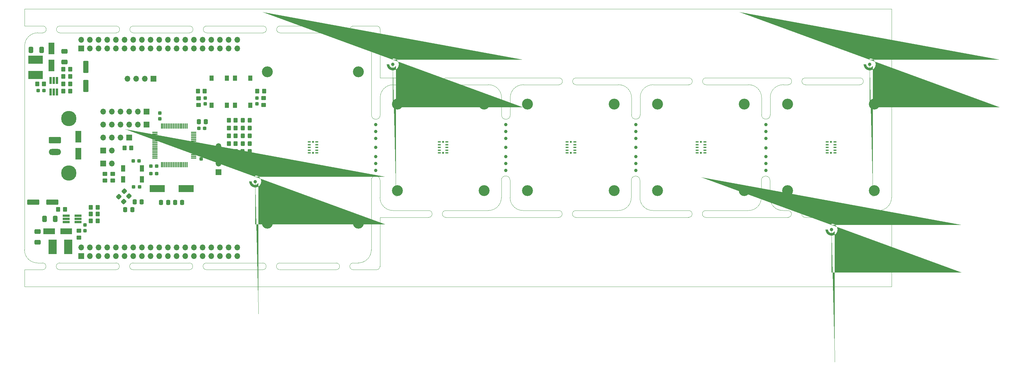
<source format=gbr>
%TF.GenerationSoftware,KiCad,Pcbnew,(6.0.2)*%
%TF.CreationDate,2022-03-24T13:25:50+01:00*%
%TF.ProjectId,GestureControl,47657374-7572-4654-936f-6e74726f6c2e,V0.3*%
%TF.SameCoordinates,PX1268e40PY7fa82d0*%
%TF.FileFunction,Soldermask,Top*%
%TF.FilePolarity,Negative*%
%FSLAX46Y46*%
G04 Gerber Fmt 4.6, Leading zero omitted, Abs format (unit mm)*
G04 Created by KiCad (PCBNEW (6.0.2)) date 2022-03-24 13:25:50*
%MOMM*%
%LPD*%
G01*
G04 APERTURE LIST*
G04 Aperture macros list*
%AMRoundRect*
0 Rectangle with rounded corners*
0 $1 Rounding radius*
0 $2 $3 $4 $5 $6 $7 $8 $9 X,Y pos of 4 corners*
0 Add a 4 corners polygon primitive as box body*
4,1,4,$2,$3,$4,$5,$6,$7,$8,$9,$2,$3,0*
0 Add four circle primitives for the rounded corners*
1,1,$1+$1,$2,$3*
1,1,$1+$1,$4,$5*
1,1,$1+$1,$6,$7*
1,1,$1+$1,$8,$9*
0 Add four rect primitives between the rounded corners*
20,1,$1+$1,$2,$3,$4,$5,0*
20,1,$1+$1,$4,$5,$6,$7,0*
20,1,$1+$1,$6,$7,$8,$9,0*
20,1,$1+$1,$8,$9,$2,$3,0*%
%AMFreePoly0*
4,1,85,0.032093,0.369917,0.152523,0.368341,0.408529,0.326647,0.655562,0.247572,0.888192,0.132851,1.101311,-0.014995,1.290235,-0.192717,1.450816,-0.396412,1.579524,-0.621606,1.673533,-0.863350,1.730778,-1.116334,1.750000,-1.375000,1.747602,-1.466588,1.714868,-1.723894,1.644462,-1.973535,1.537930,-2.210028,1.397612,-2.428176,1.226591,-2.623188,1.028624,-2.790780,0.808060,-2.927269,
0.569744,-3.029658,0.318912,-3.095696,0.061074,-3.123934,-0.198106,-3.113751,-0.452933,-3.065370,-0.697811,-2.979855,-0.927359,-2.859084,-1.136534,-2.705710,-1.320742,-2.523103,-1.475935,-2.315274,-1.598705,-2.086789,-1.686353,-1.842667,-1.736956,-1.588271,-1.747874,-1.360970,-1.004741,-1.360970,-0.988331,-1.556393,-0.934276,-1.744906,-0.844634,-1.919330,-0.722821,-2.073020,-0.573475,-2.200123,
-0.402286,-2.295797,-0.215774,-2.356398,-0.021044,-2.379619,0.174488,-2.364573,0.363374,-2.311835,0.538420,-2.223414,0.692957,-2.102676,0.821099,-1.954222,0.917966,-1.783705,0.979868,-1.597621,1.004447,-1.403057,1.004839,-1.375000,0.985702,-1.179826,0.929020,-0.992086,0.836952,-0.818931,0.713004,-0.666956,0.561899,-0.541951,0.389391,-0.448676,0.202051,-0.390685,0.021074,-0.371662,
0.000000,-0.375000,-0.016747,-0.372348,-0.188288,-0.387959,-0.376419,-0.443330,-0.550213,-0.534187,-0.703049,-0.657070,-0.829106,-0.807299,-0.923583,-0.979152,-0.982881,-1.166082,-1.004741,-1.360970,-1.747874,-1.360970,-1.749400,-1.329190,-1.723414,-1.071116,-1.659566,-0.819717,-1.559261,-0.580517,-1.424702,-0.358770,-1.258845,-0.159348,-1.065333,0.013368,-0.848417,0.155584,-0.612863,0.264176,
-0.363845,0.336758,-0.106835,0.371736,-0.027193,0.370693,0.000000,0.375000,0.032093,0.369917,0.032093,0.369917,$1*%
G04 Aperture macros list end*
%TA.AperFunction,Profile*%
%ADD10C,0.050000*%
%TD*%
%ADD11R,1.700000X1.700000*%
%ADD12O,1.700000X1.700000*%
%ADD13RoundRect,0.237500X-0.237500X0.300000X-0.237500X-0.300000X0.237500X-0.300000X0.237500X0.300000X0*%
%ADD14RoundRect,0.250000X1.500000X0.550000X-1.500000X0.550000X-1.500000X-0.550000X1.500000X-0.550000X0*%
%ADD15RoundRect,0.250000X-0.337500X-0.475000X0.337500X-0.475000X0.337500X0.475000X-0.337500X0.475000X0*%
%ADD16RoundRect,0.250000X0.337500X0.475000X-0.337500X0.475000X-0.337500X-0.475000X0.337500X-0.475000X0*%
%ADD17RoundRect,0.237500X-0.300000X-0.237500X0.300000X-0.237500X0.300000X0.237500X-0.300000X0.237500X0*%
%ADD18RoundRect,0.237500X0.300000X0.237500X-0.300000X0.237500X-0.300000X-0.237500X0.300000X-0.237500X0*%
%ADD19RoundRect,0.237500X0.237500X-0.300000X0.237500X0.300000X-0.237500X0.300000X-0.237500X-0.300000X0*%
%ADD20RoundRect,0.249999X0.325001X0.450001X-0.325001X0.450001X-0.325001X-0.450001X0.325001X-0.450001X0*%
%ADD21R,1.800000X3.500000*%
%ADD22RoundRect,0.250000X-1.550000X0.650000X-1.550000X-0.650000X1.550000X-0.650000X1.550000X0.650000X0*%
%ADD23O,3.600000X1.800000*%
%ADD24RoundRect,0.249999X0.350001X0.450001X-0.350001X0.450001X-0.350001X-0.450001X0.350001X-0.450001X0*%
%ADD25RoundRect,0.249999X0.450001X-0.350001X0.450001X0.350001X-0.450001X0.350001X-0.450001X-0.350001X0*%
%ADD26RoundRect,0.249999X-0.350001X-0.450001X0.350001X-0.450001X0.350001X0.450001X-0.350001X0.450001X0*%
%ADD27R,1.300000X1.550000*%
%ADD28RoundRect,0.075000X0.075000X-0.700000X0.075000X0.700000X-0.075000X0.700000X-0.075000X-0.700000X0*%
%ADD29RoundRect,0.075000X0.700000X-0.075000X0.700000X0.075000X-0.700000X0.075000X-0.700000X-0.075000X0*%
%ADD30R,1.300000X1.900000*%
%ADD31R,4.500000X2.000000*%
%ADD32RoundRect,0.249999X0.412501X0.650001X-0.412501X0.650001X-0.412501X-0.650001X0.412501X-0.650001X0*%
%ADD33RoundRect,0.249999X0.650001X-0.412501X0.650001X0.412501X-0.650001X0.412501X-0.650001X-0.412501X0*%
%ADD34RoundRect,0.249999X-0.412501X-0.650001X0.412501X-0.650001X0.412501X0.650001X-0.412501X0.650001X0*%
%ADD35R,3.500000X1.800000*%
%ADD36R,2.400000X4.200000*%
%ADD37R,4.200000X2.400000*%
%ADD38R,2.000000X0.650000*%
%ADD39R,0.650000X2.000000*%
%ADD40R,0.807999X0.458000*%
%ADD41R,0.508000X0.508000*%
%ADD42C,3.200000*%
%ADD43C,1.000000*%
%ADD44RoundRect,0.250000X0.565685X0.070711X0.070711X0.565685X-0.565685X-0.070711X-0.070711X-0.565685X0*%
%ADD45FreePoly0,0.000000*%
%ADD46C,4.500000*%
%ADD47RoundRect,0.250000X-0.550000X1.500000X-0.550000X-1.500000X0.550000X-1.500000X0.550000X1.500000X0*%
G04 APERTURE END LIST*
D10*
X75110973Y70070376D02*
G75*
G03*
X75054000Y68072000I-56973J-998376D01*
G01*
X118674000Y52832000D02*
X108204000Y52832000D01*
X249930000Y54832000D02*
X254254000Y54832000D01*
X250380500Y15890000D02*
X249866500Y15890000D01*
X118610500Y13890000D02*
G75*
G03*
X118610500Y15890000I0J1000000D01*
G01*
X97980500Y508000D02*
G75*
G03*
X101790500Y4318000I1J3809999D01*
G01*
X104330500Y13890000D02*
X104330500Y-492000D01*
X32110973Y70070376D02*
X48554000Y70072000D01*
X222632500Y15890000D02*
X223866500Y15890000D01*
X123674000Y54832000D02*
X156774000Y54832000D01*
X194830000Y52832000D02*
G75*
G03*
X194830000Y54832000I0J1000000D01*
G01*
X139890500Y19700000D02*
X139890500Y24780000D01*
X139954000Y43942000D02*
G75*
G03*
X142494000Y43942000I1270000J19D01*
G01*
X244866500Y13890000D02*
X228866500Y13890000D01*
X180486915Y19656414D02*
G75*
G03*
X184296914Y15890000I3766659J-4D01*
G01*
X142494000Y49022000D02*
X142494000Y43942000D01*
X91554000Y68072000D02*
G75*
G03*
X91554000Y70072000I0J1000000D01*
G01*
X218650414Y49065586D02*
X218650414Y43985586D01*
X250380500Y15890000D02*
G75*
G03*
X254190500Y19700000I1J3809999D01*
G01*
X254000Y70072000D02*
X254000Y75072000D01*
X174136914Y15890000D02*
X161710500Y15890000D01*
X142430500Y24780000D02*
X142430500Y19700000D01*
X136144000Y52832000D02*
X123674000Y52832000D01*
X139954000Y49022000D02*
G75*
G03*
X136144000Y52832000I-3809999J1D01*
G01*
X103330500Y-1492000D02*
X96547473Y-1490376D01*
X4064000Y68072000D02*
G75*
G03*
X254000Y64262000I-1J-3809999D01*
G01*
X142430500Y24780000D02*
G75*
G03*
X139890500Y24780000I-1270000J-19D01*
G01*
X104330500Y24780019D02*
G75*
G03*
X101790500Y24780019I-1270000J-19D01*
G01*
X244866500Y13890000D02*
G75*
G03*
X244866500Y15890000I0J1000000D01*
G01*
X26990500Y508000D02*
X10490500Y508000D01*
X244930000Y52832000D02*
G75*
G03*
X244930000Y54832000I0J1000000D01*
G01*
X53490500Y508000D02*
G75*
G03*
X53547473Y-1490376I0J-1000000D01*
G01*
X142430500Y19700000D02*
G75*
G03*
X146240500Y15890000I3809999J-1D01*
G01*
X249930000Y54832000D02*
G75*
G03*
X249930000Y52832000I0J-1000000D01*
G01*
X216110414Y49065586D02*
G75*
G03*
X212300414Y52832000I-3766663J0D01*
G01*
X228930000Y54832000D02*
X244930000Y54832000D01*
X118610500Y13890000D02*
X104330500Y13890000D01*
X180486914Y24736414D02*
X180486914Y19656414D01*
X156774000Y52832000D02*
G75*
G03*
X156774000Y54832000I0J1000000D01*
G01*
X161774000Y54832000D02*
G75*
G03*
X161774000Y52832000I0J-1000000D01*
G01*
X101854000Y64262000D02*
G75*
G03*
X98044000Y68072000I-3809999J1D01*
G01*
X223930000Y54832000D02*
X199830000Y54832000D01*
X194766500Y13890000D02*
G75*
G03*
X194766500Y15890000I0J1000000D01*
G01*
X104330500Y24780019D02*
X104330500Y19700000D01*
X216110414Y43985586D02*
G75*
G03*
X218650414Y43985586I1270000J19D01*
G01*
X48490500Y-1492000D02*
X32047473Y-1490376D01*
X228930000Y54832000D02*
G75*
G03*
X228930000Y52832000I0J-1000000D01*
G01*
X177946914Y19656414D02*
X177946914Y24736414D01*
X69990500Y-1492000D02*
G75*
G03*
X69990500Y508000I0J1000000D01*
G01*
X254190500Y13890000D02*
X254190500Y-6492000D01*
X91490500Y-1492000D02*
X75047473Y-1490376D01*
X75110973Y70070376D02*
X91554000Y70072000D01*
X212236914Y15890000D02*
G75*
G03*
X216046914Y19656414I43337J3766414D01*
G01*
X223930000Y52832000D02*
G75*
G03*
X223930000Y54832000I0J1000000D01*
G01*
X104394000Y54832000D02*
X118674000Y54832000D01*
X254254000Y75072000D02*
X254254000Y54832000D01*
X91490500Y-1492000D02*
G75*
G03*
X91490500Y508000I0J1000000D01*
G01*
X146240500Y15890000D02*
X156710500Y15890000D01*
X194830000Y52832000D02*
X184360414Y52832000D01*
X218586914Y24736414D02*
X218586914Y19656414D01*
X178010414Y43985586D02*
G75*
G03*
X180550414Y43985586I1270000J19D01*
G01*
X48554000Y68072000D02*
G75*
G03*
X48554000Y70072000I0J1000000D01*
G01*
X146304000Y52832000D02*
G75*
G03*
X142494000Y49022000I-1J-3809999D01*
G01*
X4064000Y68072000D02*
X5554000Y68072000D01*
X96490500Y508000D02*
G75*
G03*
X96547473Y-1490376I0J-1000000D01*
G01*
X108204000Y52832000D02*
G75*
G03*
X104394000Y49022000I-1J-3809999D01*
G01*
X123674000Y54832000D02*
G75*
G03*
X123674000Y52832000I0J-1000000D01*
G01*
X32110973Y70070376D02*
G75*
G03*
X32054000Y68072000I-56973J-998376D01*
G01*
X5490500Y508000D02*
X4000500Y508000D01*
X161774000Y54832000D02*
X194830000Y54832000D01*
X244930000Y52832000D02*
X228930000Y52832000D01*
X178010414Y49065586D02*
G75*
G03*
X174200414Y52832000I-3766663J0D01*
G01*
X10554000Y68072000D02*
X27054000Y68072000D01*
X254000Y70072000D02*
X5554000Y70072000D01*
X69990500Y508000D02*
X53490500Y508000D01*
X161774000Y52832000D02*
X174200414Y52832000D01*
X180486914Y24736414D02*
G75*
G03*
X177946914Y24736414I-1270000J-19D01*
G01*
X254190500Y19700000D02*
X254254000Y49022000D01*
X199830000Y52832000D02*
X212300414Y52832000D01*
X97980500Y508000D02*
X96490500Y508000D01*
X218586913Y19656414D02*
G75*
G03*
X222632500Y15890000I3776044J-3D01*
G01*
X75054000Y68072000D02*
X91554000Y68072000D01*
X53610973Y70070376D02*
X70054000Y70072000D01*
X5490500Y-1492000D02*
G75*
G03*
X5490500Y508000I0J1000000D01*
G01*
X254000Y75072000D02*
X254254000Y75072000D01*
X254190500Y13890000D02*
X249866500Y13890000D01*
X228866500Y15890000D02*
G75*
G03*
X228866500Y13890000I0J-1000000D01*
G01*
X91490500Y508000D02*
X74990500Y508000D01*
X161710500Y15890000D02*
G75*
G03*
X161710500Y13890000I0J-1000000D01*
G01*
X156710500Y13890000D02*
G75*
G03*
X156710500Y15890000I0J1000000D01*
G01*
X123610500Y15890000D02*
G75*
G03*
X123610500Y13890000I0J-1000000D01*
G01*
X27054000Y68072000D02*
G75*
G03*
X27054000Y70072000I0J1000000D01*
G01*
X254254000Y49022000D02*
G75*
G03*
X250444000Y52832000I-3809999J1D01*
G01*
X96610973Y70070376D02*
G75*
G03*
X96554000Y68072000I-56973J-998376D01*
G01*
X199766500Y15890000D02*
G75*
G03*
X199766500Y13890000I0J-1000000D01*
G01*
X5554000Y68072000D02*
G75*
G03*
X5554000Y70072000I0J1000000D01*
G01*
X48490500Y508000D02*
X31990500Y508000D01*
X118674000Y52832000D02*
G75*
G03*
X118674000Y54832000I0J1000000D01*
G01*
X184296914Y15890000D02*
X194766500Y15890000D01*
X184360414Y52832000D02*
G75*
G03*
X180550414Y49065586I-43339J-3766412D01*
G01*
X53554000Y68072000D02*
X70054000Y68072000D01*
X103330500Y-1492000D02*
G75*
G03*
X104330500Y-492000I1J999999D01*
G01*
X222504000Y52832000D02*
G75*
G03*
X218650414Y49065586I-86192J-3766408D01*
G01*
X223866500Y13890000D02*
G75*
G03*
X223866500Y15890000I0J1000000D01*
G01*
X104330500Y19700000D02*
G75*
G03*
X108140500Y15890000I3809999J-1D01*
G01*
X199766500Y13890000D02*
X223866500Y13890000D01*
X190500Y4318000D02*
G75*
G03*
X4000500Y508000I3809999J-1D01*
G01*
X101790500Y4318000D02*
X101790500Y24780019D01*
X199830000Y54832000D02*
G75*
G03*
X199830000Y52832000I0J-1000000D01*
G01*
X10610973Y70070376D02*
X27054000Y70072000D01*
X69990500Y-1492000D02*
X53547473Y-1490376D01*
X249866500Y15890000D02*
G75*
G03*
X249866500Y13890000I0J-1000000D01*
G01*
X178010414Y43985586D02*
X178010414Y49065586D01*
X32054000Y68072000D02*
X48554000Y68072000D01*
X104394000Y69072000D02*
X104394000Y54832000D01*
X180550414Y49065586D02*
X180550414Y43985586D01*
X53610973Y70070376D02*
G75*
G03*
X53554000Y68072000I-56973J-998376D01*
G01*
X156774000Y52832000D02*
X146304000Y52832000D01*
X74990500Y508000D02*
G75*
G03*
X75047473Y-1490376I0J-1000000D01*
G01*
X174136914Y15890000D02*
G75*
G03*
X177946914Y19656414I43337J3766414D01*
G01*
X249930000Y52832000D02*
X250444000Y52832000D01*
X228866500Y15890000D02*
X244866500Y15890000D01*
X136080500Y15890000D02*
G75*
G03*
X139890500Y19700000I1J3809999D01*
G01*
X190500Y-6492000D02*
X190500Y-1492000D01*
X108140500Y15890000D02*
X118610500Y15890000D01*
X139954000Y43942000D02*
X139954000Y49022000D01*
X5490500Y-1492000D02*
X190500Y-1492000D01*
X216046914Y19656414D02*
X216046914Y24736414D01*
X194766500Y13890000D02*
X161710500Y13890000D01*
X26990500Y-1492000D02*
X10547473Y-1490376D01*
X10610973Y70070376D02*
G75*
G03*
X10554000Y68072000I-56973J-998376D01*
G01*
X254190500Y-6492000D02*
X190500Y-6492000D01*
X218586914Y24736414D02*
G75*
G03*
X216046914Y24736414I-1270000J-19D01*
G01*
X101854000Y43941981D02*
X101854000Y64262000D01*
X48490500Y-1492000D02*
G75*
G03*
X48490500Y508000I0J1000000D01*
G01*
X96554000Y68072000D02*
X98044000Y68072000D01*
X26990500Y-1492000D02*
G75*
G03*
X26990500Y508000I0J1000000D01*
G01*
X70054000Y68072000D02*
G75*
G03*
X70054000Y70072000I0J1000000D01*
G01*
X104394000Y69072000D02*
G75*
G03*
X103394000Y70072000I-999999J1D01*
G01*
X156710500Y13890000D02*
X123610500Y13890000D01*
X104394000Y49022000D02*
X104394000Y43941981D01*
X10490500Y508000D02*
G75*
G03*
X10547473Y-1490376I0J-1000000D01*
G01*
X190500Y4318000D02*
X254000Y64262000D01*
X96610973Y70070376D02*
X103394000Y70072000D01*
X31990500Y508000D02*
G75*
G03*
X32047473Y-1490376I0J-1000000D01*
G01*
X212236914Y15890000D02*
X199766500Y15890000D01*
X223930000Y52832000D02*
X222504000Y52832000D01*
X123610500Y15890000D02*
X136080500Y15890000D01*
X216110414Y43985586D02*
X216110414Y49065586D01*
X101854000Y43941981D02*
G75*
G03*
X104394000Y43941981I1270000J19D01*
G01*
D11*
%TO.C,J25*%
X16786000Y63495000D03*
D12*
X16786000Y66035000D03*
X19326000Y63495000D03*
X19326000Y66035000D03*
X21866000Y63495000D03*
X21866000Y66035000D03*
X24406000Y63495000D03*
X24406000Y66035000D03*
X26946000Y63495000D03*
X26946000Y66035000D03*
X29486000Y63495000D03*
X29486000Y66035000D03*
X32026000Y63495000D03*
X32026000Y66035000D03*
X34566000Y63495000D03*
X34566000Y66035000D03*
X37106000Y63495000D03*
X37106000Y66035000D03*
X39646000Y63495000D03*
X39646000Y66035000D03*
X42186000Y63495000D03*
X42186000Y66035000D03*
X44726000Y63495000D03*
X44726000Y66035000D03*
X47266000Y63495000D03*
X47266000Y66035000D03*
X49806000Y63495000D03*
X49806000Y66035000D03*
X52346000Y63495000D03*
X52346000Y66035000D03*
X54886000Y63495000D03*
X54886000Y66035000D03*
X57426000Y63495000D03*
X57426000Y66035000D03*
X59966000Y63495000D03*
X59966000Y66035000D03*
X62506000Y63495000D03*
X62506000Y66035000D03*
%TD*%
D11*
%TO.C,J24*%
X16774000Y2535000D03*
D12*
X16774000Y5075000D03*
X19314000Y2535000D03*
X19314000Y5075000D03*
X21854000Y2535000D03*
X21854000Y5075000D03*
X24394000Y2535000D03*
X24394000Y5075000D03*
X26934000Y2535000D03*
X26934000Y5075000D03*
X29474000Y2535000D03*
X29474000Y5075000D03*
X32014000Y2535000D03*
X32014000Y5075000D03*
X34554000Y2535000D03*
X34554000Y5075000D03*
X37094000Y2535000D03*
X37094000Y5075000D03*
X39634000Y2535000D03*
X39634000Y5075000D03*
X42174000Y2535000D03*
X42174000Y5075000D03*
X44714000Y2535000D03*
X44714000Y5075000D03*
X47254000Y2535000D03*
X47254000Y5075000D03*
X49794000Y2535000D03*
X49794000Y5075000D03*
X52334000Y2535000D03*
X52334000Y5075000D03*
X54874000Y2535000D03*
X54874000Y5075000D03*
X57414000Y2535000D03*
X57414000Y5075000D03*
X59954000Y2535000D03*
X59954000Y5075000D03*
X62494000Y2535000D03*
X62494000Y5075000D03*
%TD*%
D13*
%TO.C,C2*%
X53096000Y48920500D03*
X53096000Y47195500D03*
%TD*%
D14*
%TO.C,C7*%
X8332000Y18339000D03*
X2732000Y18339000D03*
%TD*%
D15*
%TO.C,C17*%
X40210490Y18293510D03*
X42285490Y18293510D03*
%TD*%
D16*
%TO.C,C18*%
X46392490Y18293510D03*
X44317490Y18293510D03*
%TD*%
D17*
%TO.C,C19*%
X32178490Y22865510D03*
X33903490Y22865510D03*
%TD*%
%TO.C,C22*%
X32024990Y30485510D03*
X33749990Y30485510D03*
%TD*%
D18*
%TO.C,C24*%
X38930490Y28958000D03*
X37205490Y28958000D03*
%TD*%
%TO.C,C25*%
X38930490Y26758000D03*
X37205490Y26758000D03*
%TD*%
D13*
%TO.C,C26*%
X51937490Y32771510D03*
X51937490Y31046510D03*
%TD*%
D17*
%TO.C,C27*%
X51233500Y40058000D03*
X52958500Y40058000D03*
%TD*%
D19*
%TO.C,C29*%
X39878000Y42825500D03*
X39878000Y44550500D03*
%TD*%
D15*
%TO.C,C32*%
X51258500Y41958000D03*
X53333500Y41958000D03*
%TD*%
D20*
%TO.C,D1*%
X66145490Y33279510D03*
X64095490Y33279510D03*
%TD*%
%TO.C,D2*%
X66163490Y35565510D03*
X64113490Y35565510D03*
%TD*%
%TO.C,D3*%
X66163490Y37851510D03*
X64113490Y37851510D03*
%TD*%
%TO.C,D5*%
X66154490Y42423510D03*
X64104490Y42423510D03*
%TD*%
D21*
%TO.C,D6*%
X15996000Y37558000D03*
X15996000Y32558000D03*
%TD*%
D11*
%TO.C,J1*%
X30861000Y37343510D03*
D12*
X28321000Y37343510D03*
X25781000Y37343510D03*
X23241000Y37343510D03*
%TD*%
D22*
%TO.C,J2*%
X9144000Y36576000D03*
D23*
X9144000Y33076000D03*
%TD*%
D11*
%TO.C,J7*%
X35941000Y44963510D03*
D12*
X33401000Y44963510D03*
X30861000Y44963510D03*
X28321000Y44963510D03*
X25781000Y44963510D03*
X23241000Y44963510D03*
%TD*%
D11*
%TO.C,J10*%
X37973000Y54610000D03*
D12*
X35433000Y54610000D03*
X32893000Y54610000D03*
X30353000Y54610000D03*
%TD*%
D24*
%TO.C,R1*%
X62081490Y33279510D03*
X60081490Y33279510D03*
%TD*%
%TO.C,R2*%
X62049490Y35565510D03*
X60049490Y35565510D03*
%TD*%
%TO.C,R3*%
X62049490Y37851510D03*
X60049490Y37851510D03*
%TD*%
%TO.C,R4*%
X62049490Y40137510D03*
X60049490Y40137510D03*
%TD*%
%TO.C,R5*%
X62065490Y42423510D03*
X60065490Y42423510D03*
%TD*%
%TO.C,R6*%
X70396000Y50958000D03*
X68396000Y50958000D03*
%TD*%
%TO.C,R7*%
X52996000Y50958000D03*
X50996000Y50958000D03*
%TD*%
D25*
%TO.C,R8*%
X70231000Y46879000D03*
X70231000Y48879000D03*
%TD*%
%TO.C,R9*%
X51196000Y46858000D03*
X51196000Y48858000D03*
%TD*%
%TO.C,R10*%
X26029490Y24675510D03*
X26029490Y26675510D03*
%TD*%
%TO.C,R11*%
X23743490Y24675510D03*
X23743490Y26675510D03*
%TD*%
D26*
%TO.C,R20*%
X29496000Y34290000D03*
X31496000Y34290000D03*
%TD*%
D27*
%TO.C,SW1*%
X66385000Y46825000D03*
X66385000Y54775000D03*
X61885000Y46825000D03*
X61885000Y54775000D03*
%TD*%
%TO.C,SW2*%
X55027000Y46825000D03*
X55027000Y54775000D03*
X59527000Y46825000D03*
X59527000Y54775000D03*
%TD*%
D28*
%TO.C,U6*%
X40313490Y29382510D03*
X40813490Y29382510D03*
X41313490Y29382510D03*
X41813490Y29382510D03*
X42313490Y29382510D03*
X42813490Y29382510D03*
X43313490Y29382510D03*
X43813490Y29382510D03*
X44313490Y29382510D03*
X44813490Y29382510D03*
X45313490Y29382510D03*
X45813490Y29382510D03*
X46313490Y29382510D03*
X46813490Y29382510D03*
X47313490Y29382510D03*
X47813490Y29382510D03*
D29*
X49738490Y31307510D03*
X49738490Y31807510D03*
X49738490Y32307510D03*
X49738490Y32807510D03*
X49738490Y33307510D03*
X49738490Y33807510D03*
X49738490Y34307510D03*
X49738490Y34807510D03*
X49738490Y35307510D03*
X49738490Y35807510D03*
X49738490Y36307510D03*
X49738490Y36807510D03*
X49738490Y37307510D03*
X49738490Y37807510D03*
X49738490Y38307510D03*
X49738490Y38807510D03*
D28*
X47813490Y40732510D03*
X47313490Y40732510D03*
X46813490Y40732510D03*
X46313490Y40732510D03*
X45813490Y40732510D03*
X45313490Y40732510D03*
X44813490Y40732510D03*
X44313490Y40732510D03*
X43813490Y40732510D03*
X43313490Y40732510D03*
X42813490Y40732510D03*
X42313490Y40732510D03*
X41813490Y40732510D03*
X41313490Y40732510D03*
X40813490Y40732510D03*
X40313490Y40732510D03*
D29*
X38388490Y38807510D03*
X38388490Y38307510D03*
X38388490Y37807510D03*
X38388490Y37307510D03*
X38388490Y36807510D03*
X38388490Y36307510D03*
X38388490Y35807510D03*
X38388490Y35307510D03*
X38388490Y34807510D03*
X38388490Y34307510D03*
X38388490Y33807510D03*
X38388490Y33307510D03*
X38388490Y32807510D03*
X38388490Y32307510D03*
X38388490Y31807510D03*
X38388490Y31307510D03*
%TD*%
D30*
%TO.C,Y2*%
X34621490Y28275510D03*
X29121490Y28275510D03*
X29121490Y25075510D03*
X34621490Y25075510D03*
%TD*%
D20*
%TO.C,D4*%
X66163490Y40137510D03*
X64113490Y40137510D03*
%TD*%
D11*
%TO.C,J9*%
X57017490Y27183510D03*
D12*
X57017490Y29723510D03*
X57017490Y32263510D03*
X57017490Y34803510D03*
%TD*%
D13*
%TO.C,C1*%
X68296000Y48920500D03*
X68296000Y47195500D03*
%TD*%
D11*
%TO.C,J8*%
X35935490Y41153510D03*
D12*
X33395490Y41153510D03*
X30855490Y41153510D03*
X28315490Y41153510D03*
X25775490Y41153510D03*
X23235490Y41153510D03*
%TD*%
D31*
%TO.C,Y1*%
X39051490Y22357510D03*
X47551490Y22357510D03*
%TD*%
D32*
%TO.C,C3*%
X9194500Y13439000D03*
X6069500Y13439000D03*
%TD*%
D33*
%TO.C,C4*%
X11938000Y59524500D03*
X11938000Y62649500D03*
%TD*%
D19*
%TO.C,C5*%
X17932000Y9976500D03*
X17932000Y11701500D03*
%TD*%
D17*
%TO.C,C6*%
X4201500Y51117500D03*
X5926500Y51117500D03*
%TD*%
D33*
%TO.C,C13*%
X4032000Y6576500D03*
X4032000Y9701500D03*
%TD*%
D34*
%TO.C,C34*%
X2104500Y63055500D03*
X5229500Y63055500D03*
%TD*%
D35*
%TO.C,D7*%
X12432000Y9839000D03*
X7432000Y9839000D03*
%TD*%
D21*
%TO.C,D8*%
X8112000Y58460000D03*
X8112000Y63460000D03*
%TD*%
D36*
%TO.C,L1*%
X12961000Y5219000D03*
X8461000Y5219000D03*
%TD*%
D37*
%TO.C,L2*%
X3413000Y55689500D03*
X3413000Y60189500D03*
%TD*%
D26*
%TO.C,R14*%
X10032000Y16239000D03*
X12032000Y16239000D03*
%TD*%
D24*
%TO.C,R15*%
X13573000Y57404000D03*
X11573000Y57404000D03*
%TD*%
%TO.C,R18*%
X21632000Y12839000D03*
X19632000Y12839000D03*
%TD*%
%TO.C,R19*%
X13573000Y55245000D03*
X11573000Y55245000D03*
%TD*%
D25*
%TO.C,R23*%
X16132000Y7939000D03*
X16132000Y9939000D03*
%TD*%
D24*
%TO.C,R24*%
X5921000Y53022500D03*
X3921000Y53022500D03*
%TD*%
D26*
%TO.C,R25*%
X19632000Y14839000D03*
X21632000Y14839000D03*
%TD*%
%TO.C,R26*%
X11573000Y53086000D03*
X13573000Y53086000D03*
%TD*%
%TO.C,R27*%
X19632000Y16839000D03*
X21632000Y16839000D03*
%TD*%
%TO.C,R28*%
X11573000Y50927000D03*
X13573000Y50927000D03*
%TD*%
D38*
%TO.C,U1*%
X15842000Y12489000D03*
X15842000Y13439000D03*
X15842000Y14389000D03*
X12422000Y14389000D03*
X12422000Y13439000D03*
X12422000Y12489000D03*
%TD*%
D39*
%TO.C,U2*%
X7829000Y50677500D03*
X8779000Y50677500D03*
X9729000Y50677500D03*
X9729000Y54097500D03*
X8779000Y54097500D03*
X7829000Y54097500D03*
%TD*%
D40*
%TO.C,U3*%
X83593800Y32817001D03*
X83593800Y33616999D03*
X83593800Y34417000D03*
X83593800Y35217001D03*
X83593800Y36016999D03*
D41*
X84709000Y36017200D03*
D40*
X85824200Y36016999D03*
X85824200Y35217001D03*
X85824200Y34417000D03*
X85824200Y33616999D03*
X85824200Y32817001D03*
D41*
X84709000Y32816800D03*
%TD*%
D40*
%TO.C,U4*%
X121693800Y32817001D03*
X121693800Y33616999D03*
X121693800Y34417000D03*
X121693800Y35217001D03*
X121693800Y36016999D03*
D41*
X122809000Y36017200D03*
D40*
X123924200Y36016999D03*
X123924200Y35217001D03*
X123924200Y34417000D03*
X123924200Y33616999D03*
X123924200Y32817001D03*
D41*
X122809000Y32816800D03*
%TD*%
D40*
%TO.C,U5*%
X159158800Y32817001D03*
X159158800Y33616999D03*
X159158800Y34417000D03*
X159158800Y35217001D03*
X159158800Y36016999D03*
D41*
X160274000Y36017200D03*
D40*
X161389200Y36016999D03*
X161389200Y35217001D03*
X161389200Y34417000D03*
X161389200Y33616999D03*
X161389200Y32817001D03*
D41*
X160274000Y32816800D03*
%TD*%
D40*
%TO.C,U8*%
X197258800Y32817001D03*
X197258800Y33616999D03*
X197258800Y34417000D03*
X197258800Y35217001D03*
X197258800Y36016999D03*
D41*
X198374000Y36017200D03*
D40*
X199489200Y36016999D03*
X199489200Y35217001D03*
X199489200Y34417000D03*
X199489200Y33616999D03*
X199489200Y32817001D03*
D41*
X198374000Y32816800D03*
%TD*%
D42*
%TO.C,H1*%
X134874000Y47117000D03*
%TD*%
%TO.C,H3*%
X134874000Y21717000D03*
%TD*%
%TO.C,H4*%
X109474000Y47117000D03*
%TD*%
%TO.C,H5*%
X172974000Y47117000D03*
%TD*%
%TO.C,H6*%
X172974000Y21717000D03*
%TD*%
%TO.C,H8*%
X71374000Y12192000D03*
%TD*%
%TO.C,H11*%
X147574000Y21717000D03*
%TD*%
%TO.C,H12*%
X147574000Y47117000D03*
%TD*%
%TO.C,H7*%
X98044000Y56642000D03*
%TD*%
%TO.C,H9*%
X98044000Y12192000D03*
%TD*%
%TO.C,H10*%
X71374000Y56642000D03*
%TD*%
%TO.C,H2*%
X109474000Y21717000D03*
%TD*%
D11*
%TO.C,J11*%
X23235490Y29723510D03*
D12*
X25775490Y29723510D03*
%TD*%
D11*
%TO.C,J12*%
X23235490Y33533510D03*
D12*
X25775490Y33533510D03*
%TD*%
D42*
%TO.C,H13*%
X185674000Y47117000D03*
%TD*%
%TO.C,H14*%
X185674000Y21717000D03*
%TD*%
%TO.C,H15*%
X211074000Y47117000D03*
%TD*%
%TO.C,H16*%
X211074000Y21717000D03*
%TD*%
D28*
%TO.C,U7*%
X40313490Y29382510D03*
X40813490Y29382510D03*
X41313490Y29382510D03*
X41813490Y29382510D03*
X42313490Y29382510D03*
X42813490Y29382510D03*
X43313490Y29382510D03*
X43813490Y29382510D03*
X44313490Y29382510D03*
X44813490Y29382510D03*
X45313490Y29382510D03*
X45813490Y29382510D03*
X46313490Y29382510D03*
X46813490Y29382510D03*
X47313490Y29382510D03*
X47813490Y29382510D03*
D29*
X49738490Y31307510D03*
X49738490Y31807510D03*
X49738490Y32307510D03*
X49738490Y32807510D03*
X49738490Y33307510D03*
X49738490Y33807510D03*
X49738490Y34307510D03*
X49738490Y34807510D03*
X49738490Y35307510D03*
X49738490Y35807510D03*
X49738490Y36307510D03*
X49738490Y36807510D03*
X49738490Y37307510D03*
X49738490Y37807510D03*
X49738490Y38307510D03*
X49738490Y38807510D03*
D28*
X47813490Y40732510D03*
X47313490Y40732510D03*
X46813490Y40732510D03*
X46313490Y40732510D03*
X45813490Y40732510D03*
X45313490Y40732510D03*
X44813490Y40732510D03*
X44313490Y40732510D03*
X43813490Y40732510D03*
X43313490Y40732510D03*
X42813490Y40732510D03*
X42313490Y40732510D03*
X41813490Y40732510D03*
X41313490Y40732510D03*
X40813490Y40732510D03*
X40313490Y40732510D03*
D29*
X38388490Y38807510D03*
X38388490Y38307510D03*
X38388490Y37807510D03*
X38388490Y37307510D03*
X38388490Y36807510D03*
X38388490Y36307510D03*
X38388490Y35807510D03*
X38388490Y35307510D03*
X38388490Y34807510D03*
X38388490Y34307510D03*
X38388490Y33807510D03*
X38388490Y33307510D03*
X38388490Y32807510D03*
X38388490Y32307510D03*
X38388490Y31807510D03*
X38388490Y31307510D03*
%TD*%
D16*
%TO.C,C48*%
X34544000Y18415000D03*
X32469000Y18415000D03*
%TD*%
D43*
%TO.C,*%
X217424000Y37084000D03*
%TD*%
%TO.C,*%
X141224000Y39116000D03*
%TD*%
%TO.C,*%
X103124000Y34417000D03*
%TD*%
%TO.C,*%
X179324000Y39116000D03*
%TD*%
%TO.C,*%
X103124000Y31750000D03*
%TD*%
%TO.C,*%
X179324000Y31750000D03*
%TD*%
D44*
%TO.C,R35*%
X30806107Y20120893D03*
X29391893Y21535107D03*
%TD*%
D43*
%TO.C,*%
X141224000Y34417000D03*
%TD*%
%TO.C,*%
X217424000Y34290000D03*
%TD*%
D42*
%TO.C,H16*%
X249174000Y21717000D03*
%TD*%
D43*
%TO.C,*%
X179324000Y37084000D03*
%TD*%
D45*
%TO.C,REF\u002A\u002A*%
X247806000Y60193000D03*
D43*
X247806000Y58818000D03*
%TD*%
D42*
%TO.C,H13*%
X223774000Y47117000D03*
%TD*%
D45*
%TO.C,REF\u002A\u002A*%
X67818000Y25759000D03*
D43*
X67818000Y24384000D03*
%TD*%
%TO.C,*%
X103124000Y37084000D03*
%TD*%
D42*
%TO.C,H15*%
X249174000Y47117000D03*
%TD*%
D43*
%TO.C,*%
X217424000Y27686000D03*
%TD*%
D40*
%TO.C,U9*%
X235358800Y32817001D03*
X235358800Y33616999D03*
X235358800Y34417000D03*
X235358800Y35217001D03*
X235358800Y36016999D03*
D41*
X236474000Y36017200D03*
D40*
X237589200Y36016999D03*
X237589200Y35217001D03*
X237589200Y34417000D03*
X237589200Y33616999D03*
X237589200Y32817001D03*
D41*
X236474000Y32816800D03*
%TD*%
D43*
%TO.C,*%
X103124000Y39116000D03*
%TD*%
%TO.C,*%
X103124000Y29718000D03*
%TD*%
%TO.C,*%
X179324000Y41148000D03*
%TD*%
%TO.C,*%
X141224000Y31750000D03*
%TD*%
%TO.C,*%
X217424000Y39116000D03*
%TD*%
D45*
%TO.C,REF\u002A\u002A*%
X236601000Y11662000D03*
D43*
X236601000Y10287000D03*
%TD*%
%TO.C,*%
X217424000Y29718000D03*
%TD*%
D15*
%TO.C,C49*%
X29696500Y16129000D03*
X31771500Y16129000D03*
%TD*%
D46*
%TO.C,REF\u002A\u002A*%
X13208000Y26924000D03*
%TD*%
D47*
%TO.C,C43*%
X18161000Y58057700D03*
X18161000Y52457700D03*
%TD*%
D44*
%TO.C,R36*%
X29227214Y18524786D03*
X27813000Y19939000D03*
%TD*%
D43*
%TO.C,*%
X179324000Y27686000D03*
%TD*%
%TO.C,*%
X179324000Y29718000D03*
%TD*%
D42*
%TO.C,H14*%
X223774000Y21717000D03*
%TD*%
D43*
%TO.C,*%
X141224000Y29718000D03*
%TD*%
%TO.C,*%
X103124000Y27686000D03*
%TD*%
%TO.C,*%
X141224000Y37084000D03*
%TD*%
%TO.C,*%
X103124000Y41148000D03*
%TD*%
%TO.C,*%
X141224000Y41148000D03*
%TD*%
%TO.C,*%
X141224000Y27686000D03*
%TD*%
%TO.C,*%
X217424000Y31750000D03*
%TD*%
%TO.C,*%
X179324000Y34417000D03*
%TD*%
D46*
%TO.C,REF\u002A\u002A*%
X13208000Y42926000D03*
%TD*%
D45*
%TO.C,REF\u002A\u002A*%
X108106000Y60193000D03*
D43*
X108106000Y58818000D03*
%TD*%
%TO.C,*%
X217424000Y41148000D03*
%TD*%
M02*

</source>
